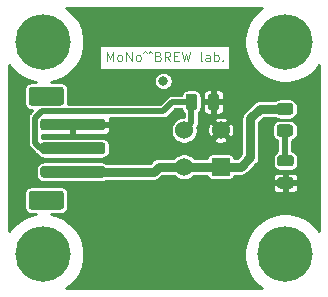
<source format=gbr>
G04 #@! TF.GenerationSoftware,KiCad,Pcbnew,5.1.9*
G04 #@! TF.CreationDate,2021-04-02T13:12:58+02:00*
G04 #@! TF.ProjectId,detectorHolder,64657465-6374-46f7-9248-6f6c6465722e,rev?*
G04 #@! TF.SameCoordinates,Original*
G04 #@! TF.FileFunction,Copper,L1,Top*
G04 #@! TF.FilePolarity,Positive*
%FSLAX46Y46*%
G04 Gerber Fmt 4.6, Leading zero omitted, Abs format (unit mm)*
G04 Created by KiCad (PCBNEW 5.1.9) date 2021-04-02 13:12:58*
%MOMM*%
%LPD*%
G01*
G04 APERTURE LIST*
G04 #@! TA.AperFunction,NonConductor*
%ADD10C,0.100000*%
G04 #@! TD*
G04 #@! TA.AperFunction,ComponentPad*
%ADD11C,4.700000*%
G04 #@! TD*
G04 #@! TA.AperFunction,ComponentPad*
%ADD12C,1.524000*%
G04 #@! TD*
G04 #@! TA.AperFunction,ComponentPad*
%ADD13R,1.500000X1.500000*%
G04 #@! TD*
G04 #@! TA.AperFunction,ViaPad*
%ADD14C,0.800000*%
G04 #@! TD*
G04 #@! TA.AperFunction,Conductor*
%ADD15C,0.500000*%
G04 #@! TD*
G04 #@! TA.AperFunction,Conductor*
%ADD16C,0.750000*%
G04 #@! TD*
G04 #@! TA.AperFunction,Conductor*
%ADD17C,0.254000*%
G04 #@! TD*
G04 #@! TA.AperFunction,Conductor*
%ADD18C,0.100000*%
G04 #@! TD*
G04 APERTURE END LIST*
D10*
X109893714Y-95992904D02*
X109893714Y-95192904D01*
X110160380Y-95764333D01*
X110427047Y-95192904D01*
X110427047Y-95992904D01*
X110922285Y-95992904D02*
X110846095Y-95954809D01*
X110808000Y-95916714D01*
X110769904Y-95840523D01*
X110769904Y-95611952D01*
X110808000Y-95535761D01*
X110846095Y-95497666D01*
X110922285Y-95459571D01*
X111036571Y-95459571D01*
X111112761Y-95497666D01*
X111150857Y-95535761D01*
X111188952Y-95611952D01*
X111188952Y-95840523D01*
X111150857Y-95916714D01*
X111112761Y-95954809D01*
X111036571Y-95992904D01*
X110922285Y-95992904D01*
X111531809Y-95992904D02*
X111531809Y-95192904D01*
X111988952Y-95992904D01*
X111988952Y-95192904D01*
X112484190Y-95992904D02*
X112408000Y-95954809D01*
X112369904Y-95916714D01*
X112331809Y-95840523D01*
X112331809Y-95611952D01*
X112369904Y-95535761D01*
X112408000Y-95497666D01*
X112484190Y-95459571D01*
X112598476Y-95459571D01*
X112674666Y-95497666D01*
X112712761Y-95535761D01*
X112750857Y-95611952D01*
X112750857Y-95840523D01*
X112712761Y-95916714D01*
X112674666Y-95954809D01*
X112598476Y-95992904D01*
X112484190Y-95992904D01*
X112979428Y-95269095D02*
X113131809Y-95154809D01*
X113284190Y-95269095D01*
X113436571Y-95269095D02*
X113588952Y-95154809D01*
X113741333Y-95269095D01*
X114274666Y-95573857D02*
X114388952Y-95611952D01*
X114427047Y-95650047D01*
X114465142Y-95726238D01*
X114465142Y-95840523D01*
X114427047Y-95916714D01*
X114388952Y-95954809D01*
X114312761Y-95992904D01*
X114008000Y-95992904D01*
X114008000Y-95192904D01*
X114274666Y-95192904D01*
X114350857Y-95231000D01*
X114388952Y-95269095D01*
X114427047Y-95345285D01*
X114427047Y-95421476D01*
X114388952Y-95497666D01*
X114350857Y-95535761D01*
X114274666Y-95573857D01*
X114008000Y-95573857D01*
X115265142Y-95992904D02*
X114998476Y-95611952D01*
X114808000Y-95992904D02*
X114808000Y-95192904D01*
X115112761Y-95192904D01*
X115188952Y-95231000D01*
X115227047Y-95269095D01*
X115265142Y-95345285D01*
X115265142Y-95459571D01*
X115227047Y-95535761D01*
X115188952Y-95573857D01*
X115112761Y-95611952D01*
X114808000Y-95611952D01*
X115608000Y-95573857D02*
X115874666Y-95573857D01*
X115988952Y-95992904D02*
X115608000Y-95992904D01*
X115608000Y-95192904D01*
X115988952Y-95192904D01*
X116255619Y-95192904D02*
X116446095Y-95992904D01*
X116598476Y-95421476D01*
X116750857Y-95992904D01*
X116941333Y-95192904D01*
X117969904Y-95992904D02*
X117893714Y-95954809D01*
X117855619Y-95878619D01*
X117855619Y-95192904D01*
X118617523Y-95992904D02*
X118617523Y-95573857D01*
X118579428Y-95497666D01*
X118503238Y-95459571D01*
X118350857Y-95459571D01*
X118274666Y-95497666D01*
X118617523Y-95954809D02*
X118541333Y-95992904D01*
X118350857Y-95992904D01*
X118274666Y-95954809D01*
X118236571Y-95878619D01*
X118236571Y-95802428D01*
X118274666Y-95726238D01*
X118350857Y-95688142D01*
X118541333Y-95688142D01*
X118617523Y-95650047D01*
X118998476Y-95992904D02*
X118998476Y-95192904D01*
X118998476Y-95497666D02*
X119074666Y-95459571D01*
X119227047Y-95459571D01*
X119303238Y-95497666D01*
X119341333Y-95535761D01*
X119379428Y-95611952D01*
X119379428Y-95840523D01*
X119341333Y-95916714D01*
X119303238Y-95954809D01*
X119227047Y-95992904D01*
X119074666Y-95992904D01*
X118998476Y-95954809D01*
X119722285Y-95916714D02*
X119760380Y-95954809D01*
X119722285Y-95992904D01*
X119684190Y-95954809D01*
X119722285Y-95916714D01*
X119722285Y-95992904D01*
G04 #@! TA.AperFunction,SMDPad,CuDef*
G36*
G01*
X125418002Y-100543000D02*
X124517998Y-100543000D01*
G75*
G02*
X124268000Y-100293002I0J249998D01*
G01*
X124268000Y-99767998D01*
G75*
G02*
X124517998Y-99518000I249998J0D01*
G01*
X125418002Y-99518000D01*
G75*
G02*
X125668000Y-99767998I0J-249998D01*
G01*
X125668000Y-100293002D01*
G75*
G02*
X125418002Y-100543000I-249998J0D01*
G01*
G37*
G04 #@! TD.AperFunction*
G04 #@! TA.AperFunction,SMDPad,CuDef*
G36*
G01*
X125418002Y-102368000D02*
X124517998Y-102368000D01*
G75*
G02*
X124268000Y-102118002I0J249998D01*
G01*
X124268000Y-101592998D01*
G75*
G02*
X124517998Y-101343000I249998J0D01*
G01*
X125418002Y-101343000D01*
G75*
G02*
X125668000Y-101592998I0J-249998D01*
G01*
X125668000Y-102118002D01*
G75*
G02*
X125418002Y-102368000I-249998J0D01*
G01*
G37*
G04 #@! TD.AperFunction*
G04 #@! TA.AperFunction,SMDPad,CuDef*
G36*
G01*
X125469250Y-104903000D02*
X124556750Y-104903000D01*
G75*
G02*
X124313000Y-104659250I0J243750D01*
G01*
X124313000Y-104171750D01*
G75*
G02*
X124556750Y-103928000I243750J0D01*
G01*
X125469250Y-103928000D01*
G75*
G02*
X125713000Y-104171750I0J-243750D01*
G01*
X125713000Y-104659250D01*
G75*
G02*
X125469250Y-104903000I-243750J0D01*
G01*
G37*
G04 #@! TD.AperFunction*
G04 #@! TA.AperFunction,SMDPad,CuDef*
G36*
G01*
X125469250Y-106778000D02*
X124556750Y-106778000D01*
G75*
G02*
X124313000Y-106534250I0J243750D01*
G01*
X124313000Y-106046750D01*
G75*
G02*
X124556750Y-105803000I243750J0D01*
G01*
X125469250Y-105803000D01*
G75*
G02*
X125713000Y-106046750I0J-243750D01*
G01*
X125713000Y-106534250D01*
G75*
G02*
X125469250Y-106778000I-243750J0D01*
G01*
G37*
G04 #@! TD.AperFunction*
G04 #@! TA.AperFunction,SMDPad,CuDef*
G36*
G01*
X106013000Y-99753000D02*
X103513000Y-99753000D01*
G75*
G02*
X103263000Y-99503000I0J250000D01*
G01*
X103263000Y-98403000D01*
G75*
G02*
X103513000Y-98153000I250000J0D01*
G01*
X106013000Y-98153000D01*
G75*
G02*
X106263000Y-98403000I0J-250000D01*
G01*
X106263000Y-99503000D01*
G75*
G02*
X106013000Y-99753000I-250000J0D01*
G01*
G37*
G04 #@! TD.AperFunction*
G04 #@! TA.AperFunction,SMDPad,CuDef*
G36*
G01*
X106013000Y-108553000D02*
X103513000Y-108553000D01*
G75*
G02*
X103263000Y-108303000I0J250000D01*
G01*
X103263000Y-107203000D01*
G75*
G02*
X103513000Y-106953000I250000J0D01*
G01*
X106013000Y-106953000D01*
G75*
G02*
X106263000Y-107203000I0J-250000D01*
G01*
X106263000Y-108303000D01*
G75*
G02*
X106013000Y-108553000I-250000J0D01*
G01*
G37*
G04 #@! TD.AperFunction*
G04 #@! TA.AperFunction,SMDPad,CuDef*
G36*
G01*
X109513000Y-101853000D02*
X104513000Y-101853000D01*
G75*
G02*
X104263000Y-101603000I0J250000D01*
G01*
X104263000Y-101103000D01*
G75*
G02*
X104513000Y-100853000I250000J0D01*
G01*
X109513000Y-100853000D01*
G75*
G02*
X109763000Y-101103000I0J-250000D01*
G01*
X109763000Y-101603000D01*
G75*
G02*
X109513000Y-101853000I-250000J0D01*
G01*
G37*
G04 #@! TD.AperFunction*
G04 #@! TA.AperFunction,SMDPad,CuDef*
G36*
G01*
X109513000Y-103853000D02*
X104513000Y-103853000D01*
G75*
G02*
X104263000Y-103603000I0J250000D01*
G01*
X104263000Y-103103000D01*
G75*
G02*
X104513000Y-102853000I250000J0D01*
G01*
X109513000Y-102853000D01*
G75*
G02*
X109763000Y-103103000I0J-250000D01*
G01*
X109763000Y-103603000D01*
G75*
G02*
X109513000Y-103853000I-250000J0D01*
G01*
G37*
G04 #@! TD.AperFunction*
G04 #@! TA.AperFunction,SMDPad,CuDef*
G36*
G01*
X109513000Y-105853000D02*
X104513000Y-105853000D01*
G75*
G02*
X104263000Y-105603000I0J250000D01*
G01*
X104263000Y-105103000D01*
G75*
G02*
X104513000Y-104853000I250000J0D01*
G01*
X109513000Y-104853000D01*
G75*
G02*
X109763000Y-105103000I0J-250000D01*
G01*
X109763000Y-105603000D01*
G75*
G02*
X109513000Y-105853000I-250000J0D01*
G01*
G37*
G04 #@! TD.AperFunction*
D11*
X125013000Y-112353000D03*
X125013000Y-94353000D03*
X104513000Y-112353000D03*
X104513000Y-94353000D03*
G04 #@! TA.AperFunction,SMDPad,CuDef*
G36*
G01*
X117533000Y-98984750D02*
X117533000Y-99897250D01*
G75*
G02*
X117289250Y-100141000I-243750J0D01*
G01*
X116801750Y-100141000D01*
G75*
G02*
X116558000Y-99897250I0J243750D01*
G01*
X116558000Y-98984750D01*
G75*
G02*
X116801750Y-98741000I243750J0D01*
G01*
X117289250Y-98741000D01*
G75*
G02*
X117533000Y-98984750I0J-243750D01*
G01*
G37*
G04 #@! TD.AperFunction*
G04 #@! TA.AperFunction,SMDPad,CuDef*
G36*
G01*
X119408000Y-98984750D02*
X119408000Y-99897250D01*
G75*
G02*
X119164250Y-100141000I-243750J0D01*
G01*
X118676750Y-100141000D01*
G75*
G02*
X118433000Y-99897250I0J243750D01*
G01*
X118433000Y-98984750D01*
G75*
G02*
X118676750Y-98741000I243750J0D01*
G01*
X119164250Y-98741000D01*
G75*
G02*
X119408000Y-98984750I0J-243750D01*
G01*
G37*
G04 #@! TD.AperFunction*
D12*
X116433000Y-101828000D03*
X116433000Y-104928000D03*
X119533000Y-101828000D03*
D13*
X119533000Y-104928000D03*
D14*
X114681000Y-97663000D03*
X102489000Y-98933000D03*
X102489000Y-107696000D03*
X117983000Y-103251000D03*
X114681000Y-92964000D03*
X123952000Y-103124000D03*
D15*
X117045500Y-101215500D02*
X116433000Y-101828000D01*
X117045500Y-99441000D02*
X117045500Y-101215500D01*
X103812990Y-100813044D02*
X104423024Y-100203010D01*
X103812990Y-102902990D02*
X103812990Y-100813044D01*
X104263000Y-103353000D02*
X103812990Y-102902990D01*
X104423024Y-100203010D02*
X114680990Y-100203010D01*
X107013000Y-103353000D02*
X104263000Y-103353000D01*
X115443000Y-99441000D02*
X117045500Y-99441000D01*
X114680990Y-100203010D02*
X115443000Y-99441000D01*
D16*
X107013000Y-105353000D02*
X113849000Y-105353000D01*
X114274000Y-104928000D02*
X116433000Y-104928000D01*
X113849000Y-105353000D02*
X114274000Y-104928000D01*
X116433000Y-104928000D02*
X119533000Y-104928000D01*
X122854500Y-100030500D02*
X124968000Y-100030500D01*
X122047000Y-100838000D02*
X122854500Y-100030500D01*
X122047000Y-104140000D02*
X122047000Y-100838000D01*
X121259000Y-104928000D02*
X122047000Y-104140000D01*
X119533000Y-104928000D02*
X121259000Y-104928000D01*
D15*
X124968000Y-104370500D02*
X125013000Y-104415500D01*
X124968000Y-101855500D02*
X124968000Y-104370500D01*
D17*
X122796542Y-91652238D02*
X122312238Y-92136542D01*
X121931722Y-92706023D01*
X121669619Y-93338796D01*
X121536000Y-94010545D01*
X121536000Y-94695455D01*
X121669619Y-95367204D01*
X121931722Y-95999977D01*
X122312238Y-96569458D01*
X122796542Y-97053762D01*
X123366023Y-97434278D01*
X123998796Y-97696381D01*
X124670545Y-97830000D01*
X125355455Y-97830000D01*
X126027204Y-97696381D01*
X126659977Y-97434278D01*
X127229458Y-97053762D01*
X127713762Y-96569458D01*
X127886000Y-96311686D01*
X127886000Y-110394314D01*
X127713762Y-110136542D01*
X127229458Y-109652238D01*
X126659977Y-109271722D01*
X126027204Y-109009619D01*
X125355455Y-108876000D01*
X124670545Y-108876000D01*
X123998796Y-109009619D01*
X123366023Y-109271722D01*
X122796542Y-109652238D01*
X122312238Y-110136542D01*
X121931722Y-110706023D01*
X121669619Y-111338796D01*
X121536000Y-112010545D01*
X121536000Y-112695455D01*
X121669619Y-113367204D01*
X121931722Y-113999977D01*
X122312238Y-114569458D01*
X122796542Y-115053762D01*
X123054314Y-115226000D01*
X106471686Y-115226000D01*
X106729458Y-115053762D01*
X107213762Y-114569458D01*
X107594278Y-113999977D01*
X107856381Y-113367204D01*
X107990000Y-112695455D01*
X107990000Y-112010545D01*
X107856381Y-111338796D01*
X107594278Y-110706023D01*
X107213762Y-110136542D01*
X106729458Y-109652238D01*
X106159977Y-109271722D01*
X105527204Y-109009619D01*
X105156306Y-108935843D01*
X106013000Y-108935843D01*
X106136462Y-108923683D01*
X106255179Y-108887671D01*
X106364589Y-108829190D01*
X106460488Y-108750488D01*
X106539190Y-108654589D01*
X106597671Y-108545179D01*
X106633683Y-108426462D01*
X106645843Y-108303000D01*
X106645843Y-107203000D01*
X106633683Y-107079538D01*
X106597671Y-106960821D01*
X106539190Y-106851411D01*
X106478944Y-106778000D01*
X123930157Y-106778000D01*
X123937513Y-106852689D01*
X123959299Y-106924508D01*
X123994678Y-106990696D01*
X124042289Y-107048711D01*
X124100304Y-107096322D01*
X124166492Y-107131701D01*
X124238311Y-107153487D01*
X124313000Y-107160843D01*
X124790750Y-107159000D01*
X124886000Y-107063750D01*
X124886000Y-106417500D01*
X125140000Y-106417500D01*
X125140000Y-107063750D01*
X125235250Y-107159000D01*
X125713000Y-107160843D01*
X125787689Y-107153487D01*
X125859508Y-107131701D01*
X125925696Y-107096322D01*
X125983711Y-107048711D01*
X126031322Y-106990696D01*
X126066701Y-106924508D01*
X126088487Y-106852689D01*
X126095843Y-106778000D01*
X126094000Y-106512750D01*
X125998750Y-106417500D01*
X125140000Y-106417500D01*
X124886000Y-106417500D01*
X124027250Y-106417500D01*
X123932000Y-106512750D01*
X123930157Y-106778000D01*
X106478944Y-106778000D01*
X106460488Y-106755512D01*
X106364589Y-106676810D01*
X106255179Y-106618329D01*
X106136462Y-106582317D01*
X106013000Y-106570157D01*
X103513000Y-106570157D01*
X103389538Y-106582317D01*
X103270821Y-106618329D01*
X103161411Y-106676810D01*
X103065512Y-106755512D01*
X102986810Y-106851411D01*
X102928329Y-106960821D01*
X102892317Y-107079538D01*
X102880157Y-107203000D01*
X102880157Y-108303000D01*
X102892317Y-108426462D01*
X102928329Y-108545179D01*
X102986810Y-108654589D01*
X103065512Y-108750488D01*
X103161411Y-108829190D01*
X103270821Y-108887671D01*
X103389538Y-108923683D01*
X103513000Y-108935843D01*
X103869694Y-108935843D01*
X103498796Y-109009619D01*
X102866023Y-109271722D01*
X102296542Y-109652238D01*
X101812238Y-110136542D01*
X101640000Y-110394314D01*
X101640000Y-105103000D01*
X103880157Y-105103000D01*
X103880157Y-105603000D01*
X103892317Y-105726462D01*
X103928329Y-105845179D01*
X103986810Y-105954589D01*
X104065512Y-106050488D01*
X104161411Y-106129190D01*
X104270821Y-106187671D01*
X104389538Y-106223683D01*
X104513000Y-106235843D01*
X109513000Y-106235843D01*
X109636462Y-106223683D01*
X109755179Y-106187671D01*
X109864589Y-106129190D01*
X109889191Y-106109000D01*
X113811871Y-106109000D01*
X113849000Y-106112657D01*
X113886129Y-106109000D01*
X113997202Y-106098060D01*
X114139708Y-106054832D01*
X114271043Y-105984632D01*
X114386159Y-105890159D01*
X114409837Y-105861307D01*
X114587144Y-105684000D01*
X115572554Y-105684000D01*
X115704380Y-105815826D01*
X115891587Y-105940913D01*
X116099599Y-106027075D01*
X116320424Y-106071000D01*
X116545576Y-106071000D01*
X116766401Y-106027075D01*
X116974413Y-105940913D01*
X117161620Y-105815826D01*
X117293446Y-105684000D01*
X118400748Y-105684000D01*
X118407513Y-105752689D01*
X118429299Y-105824508D01*
X118464678Y-105890696D01*
X118512289Y-105948711D01*
X118570304Y-105996322D01*
X118636492Y-106031701D01*
X118708311Y-106053487D01*
X118783000Y-106060843D01*
X120283000Y-106060843D01*
X120357689Y-106053487D01*
X120429508Y-106031701D01*
X120495696Y-105996322D01*
X120553711Y-105948711D01*
X120601322Y-105890696D01*
X120636701Y-105824508D01*
X120643225Y-105803000D01*
X123930157Y-105803000D01*
X123932000Y-106068250D01*
X124027250Y-106163500D01*
X124886000Y-106163500D01*
X124886000Y-105517250D01*
X125140000Y-105517250D01*
X125140000Y-106163500D01*
X125998750Y-106163500D01*
X126094000Y-106068250D01*
X126095843Y-105803000D01*
X126088487Y-105728311D01*
X126066701Y-105656492D01*
X126031322Y-105590304D01*
X125983711Y-105532289D01*
X125925696Y-105484678D01*
X125859508Y-105449299D01*
X125787689Y-105427513D01*
X125713000Y-105420157D01*
X125235250Y-105422000D01*
X125140000Y-105517250D01*
X124886000Y-105517250D01*
X124790750Y-105422000D01*
X124313000Y-105420157D01*
X124238311Y-105427513D01*
X124166492Y-105449299D01*
X124100304Y-105484678D01*
X124042289Y-105532289D01*
X123994678Y-105590304D01*
X123959299Y-105656492D01*
X123937513Y-105728311D01*
X123930157Y-105803000D01*
X120643225Y-105803000D01*
X120658487Y-105752689D01*
X120665252Y-105684000D01*
X121221871Y-105684000D01*
X121259000Y-105687657D01*
X121296129Y-105684000D01*
X121407202Y-105673060D01*
X121549708Y-105629832D01*
X121681043Y-105559632D01*
X121796159Y-105465159D01*
X121819838Y-105436306D01*
X122555312Y-104700832D01*
X122584159Y-104677159D01*
X122678632Y-104562043D01*
X122748832Y-104430708D01*
X122792060Y-104288202D01*
X122798415Y-104223683D01*
X122806657Y-104140001D01*
X122803000Y-104102872D01*
X122803000Y-101592998D01*
X123885157Y-101592998D01*
X123885157Y-102118002D01*
X123897317Y-102241463D01*
X123933329Y-102360180D01*
X123991810Y-102469590D01*
X124070512Y-102565488D01*
X124166410Y-102644190D01*
X124275820Y-102702671D01*
X124337000Y-102721230D01*
X124337001Y-103586776D01*
X124316963Y-103592854D01*
X124208634Y-103650757D01*
X124113682Y-103728682D01*
X124035757Y-103823634D01*
X123977854Y-103931963D01*
X123942197Y-104049508D01*
X123930157Y-104171750D01*
X123930157Y-104659250D01*
X123942197Y-104781492D01*
X123977854Y-104899037D01*
X124035757Y-105007366D01*
X124113682Y-105102318D01*
X124208634Y-105180243D01*
X124316963Y-105238146D01*
X124434508Y-105273803D01*
X124556750Y-105285843D01*
X125469250Y-105285843D01*
X125591492Y-105273803D01*
X125709037Y-105238146D01*
X125817366Y-105180243D01*
X125912318Y-105102318D01*
X125990243Y-105007366D01*
X126048146Y-104899037D01*
X126083803Y-104781492D01*
X126095843Y-104659250D01*
X126095843Y-104171750D01*
X126083803Y-104049508D01*
X126048146Y-103931963D01*
X125990243Y-103823634D01*
X125912318Y-103728682D01*
X125817366Y-103650757D01*
X125709037Y-103592854D01*
X125599000Y-103559475D01*
X125599000Y-102721230D01*
X125660180Y-102702671D01*
X125769590Y-102644190D01*
X125865488Y-102565488D01*
X125944190Y-102469590D01*
X126002671Y-102360180D01*
X126038683Y-102241463D01*
X126050843Y-102118002D01*
X126050843Y-101592998D01*
X126038683Y-101469537D01*
X126002671Y-101350820D01*
X125944190Y-101241410D01*
X125865488Y-101145512D01*
X125769590Y-101066810D01*
X125660180Y-101008329D01*
X125541463Y-100972317D01*
X125418002Y-100960157D01*
X124517998Y-100960157D01*
X124394537Y-100972317D01*
X124275820Y-101008329D01*
X124166410Y-101066810D01*
X124070512Y-101145512D01*
X123991810Y-101241410D01*
X123933329Y-101350820D01*
X123897317Y-101469537D01*
X123885157Y-101592998D01*
X122803000Y-101592998D01*
X122803000Y-101151144D01*
X123167645Y-100786500D01*
X124126577Y-100786500D01*
X124166410Y-100819190D01*
X124275820Y-100877671D01*
X124394537Y-100913683D01*
X124517998Y-100925843D01*
X125418002Y-100925843D01*
X125541463Y-100913683D01*
X125660180Y-100877671D01*
X125769590Y-100819190D01*
X125865488Y-100740488D01*
X125944190Y-100644590D01*
X126002671Y-100535180D01*
X126038683Y-100416463D01*
X126050843Y-100293002D01*
X126050843Y-99767998D01*
X126038683Y-99644537D01*
X126002671Y-99525820D01*
X125944190Y-99416410D01*
X125865488Y-99320512D01*
X125769590Y-99241810D01*
X125660180Y-99183329D01*
X125541463Y-99147317D01*
X125418002Y-99135157D01*
X124517998Y-99135157D01*
X124394537Y-99147317D01*
X124275820Y-99183329D01*
X124166410Y-99241810D01*
X124126577Y-99274500D01*
X122891628Y-99274500D01*
X122854499Y-99270843D01*
X122706297Y-99285440D01*
X122663069Y-99298553D01*
X122563792Y-99328668D01*
X122432457Y-99398868D01*
X122317341Y-99493341D01*
X122293666Y-99522189D01*
X121538689Y-100277167D01*
X121509842Y-100300841D01*
X121415369Y-100415957D01*
X121370822Y-100499299D01*
X121345169Y-100547292D01*
X121301940Y-100689799D01*
X121287343Y-100838000D01*
X121291001Y-100875139D01*
X121291000Y-103826855D01*
X120945856Y-104172000D01*
X120665252Y-104172000D01*
X120658487Y-104103311D01*
X120636701Y-104031492D01*
X120601322Y-103965304D01*
X120553711Y-103907289D01*
X120495696Y-103859678D01*
X120429508Y-103824299D01*
X120357689Y-103802513D01*
X120283000Y-103795157D01*
X118783000Y-103795157D01*
X118708311Y-103802513D01*
X118636492Y-103824299D01*
X118570304Y-103859678D01*
X118512289Y-103907289D01*
X118464678Y-103965304D01*
X118429299Y-104031492D01*
X118407513Y-104103311D01*
X118400748Y-104172000D01*
X117293446Y-104172000D01*
X117161620Y-104040174D01*
X116974413Y-103915087D01*
X116766401Y-103828925D01*
X116545576Y-103785000D01*
X116320424Y-103785000D01*
X116099599Y-103828925D01*
X115891587Y-103915087D01*
X115704380Y-104040174D01*
X115572554Y-104172000D01*
X114311129Y-104172000D01*
X114274000Y-104168343D01*
X114184807Y-104177128D01*
X114125798Y-104182940D01*
X113983292Y-104226168D01*
X113851957Y-104296368D01*
X113736841Y-104390841D01*
X113713166Y-104419689D01*
X113535855Y-104597000D01*
X109889191Y-104597000D01*
X109864589Y-104576810D01*
X109755179Y-104518329D01*
X109636462Y-104482317D01*
X109513000Y-104470157D01*
X104513000Y-104470157D01*
X104389538Y-104482317D01*
X104270821Y-104518329D01*
X104161411Y-104576810D01*
X104065512Y-104655512D01*
X103986810Y-104751411D01*
X103928329Y-104860821D01*
X103892317Y-104979538D01*
X103880157Y-105103000D01*
X101640000Y-105103000D01*
X101640000Y-96311686D01*
X101812238Y-96569458D01*
X102296542Y-97053762D01*
X102866023Y-97434278D01*
X103498796Y-97696381D01*
X103869694Y-97770157D01*
X103513000Y-97770157D01*
X103389538Y-97782317D01*
X103270821Y-97818329D01*
X103161411Y-97876810D01*
X103065512Y-97955512D01*
X102986810Y-98051411D01*
X102928329Y-98160821D01*
X102892317Y-98279538D01*
X102880157Y-98403000D01*
X102880157Y-99503000D01*
X102892317Y-99626462D01*
X102928329Y-99745179D01*
X102986810Y-99854589D01*
X103065512Y-99950488D01*
X103161411Y-100029190D01*
X103270821Y-100087671D01*
X103389538Y-100123683D01*
X103513000Y-100135843D01*
X103597823Y-100135843D01*
X103388722Y-100344943D01*
X103364648Y-100364701D01*
X103344890Y-100388776D01*
X103344887Y-100388779D01*
X103285794Y-100460784D01*
X103227201Y-100570403D01*
X103191120Y-100689347D01*
X103178938Y-100813044D01*
X103181991Y-100844044D01*
X103181990Y-102871999D01*
X103178938Y-102902990D01*
X103181990Y-102933980D01*
X103181990Y-102933987D01*
X103191120Y-103026687D01*
X103227201Y-103145631D01*
X103285794Y-103255250D01*
X103364647Y-103351333D01*
X103388727Y-103371095D01*
X103794899Y-103777268D01*
X103814657Y-103801343D01*
X103838732Y-103821101D01*
X103838734Y-103821103D01*
X103885738Y-103859678D01*
X103910739Y-103880196D01*
X103961568Y-103907365D01*
X103986810Y-103954589D01*
X104065512Y-104050488D01*
X104161411Y-104129190D01*
X104270821Y-104187671D01*
X104389538Y-104223683D01*
X104513000Y-104235843D01*
X109513000Y-104235843D01*
X109636462Y-104223683D01*
X109755179Y-104187671D01*
X109864589Y-104129190D01*
X109960488Y-104050488D01*
X110039190Y-103954589D01*
X110097671Y-103845179D01*
X110133683Y-103726462D01*
X110145843Y-103603000D01*
X110145843Y-103103000D01*
X110133683Y-102979538D01*
X110097671Y-102860821D01*
X110039190Y-102751411D01*
X109960488Y-102655512D01*
X109864589Y-102576810D01*
X109755179Y-102518329D01*
X109636462Y-102482317D01*
X109513000Y-102470157D01*
X104513000Y-102470157D01*
X104443990Y-102476954D01*
X104443990Y-102235711D01*
X106790750Y-102234000D01*
X106886000Y-102138750D01*
X106886000Y-101480000D01*
X107140000Y-101480000D01*
X107140000Y-102138750D01*
X107235250Y-102234000D01*
X109763000Y-102235843D01*
X109837689Y-102228487D01*
X109909508Y-102206701D01*
X109975696Y-102171322D01*
X110033711Y-102123711D01*
X110081322Y-102065696D01*
X110116701Y-101999508D01*
X110138487Y-101927689D01*
X110145843Y-101853000D01*
X110144000Y-101575250D01*
X110048750Y-101480000D01*
X107140000Y-101480000D01*
X106886000Y-101480000D01*
X106866000Y-101480000D01*
X106866000Y-101226000D01*
X106886000Y-101226000D01*
X106886000Y-101206000D01*
X107140000Y-101206000D01*
X107140000Y-101226000D01*
X110048750Y-101226000D01*
X110144000Y-101130750D01*
X110145843Y-100853000D01*
X110143973Y-100834010D01*
X114650000Y-100834010D01*
X114680990Y-100837062D01*
X114711980Y-100834010D01*
X114711988Y-100834010D01*
X114804688Y-100824880D01*
X114923632Y-100788799D01*
X115033251Y-100730206D01*
X115129333Y-100651353D01*
X115149095Y-100627273D01*
X115704369Y-100072000D01*
X116203125Y-100072000D01*
X116222854Y-100137037D01*
X116280757Y-100245366D01*
X116358682Y-100340318D01*
X116414501Y-100386127D01*
X116414501Y-100685000D01*
X116320424Y-100685000D01*
X116099599Y-100728925D01*
X115891587Y-100815087D01*
X115704380Y-100940174D01*
X115545174Y-101099380D01*
X115420087Y-101286587D01*
X115333925Y-101494599D01*
X115290000Y-101715424D01*
X115290000Y-101940576D01*
X115333925Y-102161401D01*
X115420087Y-102369413D01*
X115545174Y-102556620D01*
X115704380Y-102715826D01*
X115891587Y-102840913D01*
X116099599Y-102927075D01*
X116320424Y-102971000D01*
X116545576Y-102971000D01*
X116766401Y-102927075D01*
X116974413Y-102840913D01*
X117161620Y-102715826D01*
X117220296Y-102657150D01*
X118883455Y-102657150D01*
X118964796Y-102826131D01*
X119170439Y-102917803D01*
X119390016Y-102967595D01*
X119615087Y-102973593D01*
X119837004Y-102935566D01*
X120047238Y-102854976D01*
X120101204Y-102826131D01*
X120182545Y-102657150D01*
X119533000Y-102007605D01*
X118883455Y-102657150D01*
X117220296Y-102657150D01*
X117320826Y-102556620D01*
X117445913Y-102369413D01*
X117532075Y-102161401D01*
X117576000Y-101940576D01*
X117576000Y-101910087D01*
X118387407Y-101910087D01*
X118425434Y-102132004D01*
X118506024Y-102342238D01*
X118534869Y-102396204D01*
X118703850Y-102477545D01*
X119353395Y-101828000D01*
X119712605Y-101828000D01*
X120362150Y-102477545D01*
X120531131Y-102396204D01*
X120622803Y-102190561D01*
X120672595Y-101970984D01*
X120678593Y-101745913D01*
X120640566Y-101523996D01*
X120559976Y-101313762D01*
X120531131Y-101259796D01*
X120362150Y-101178455D01*
X119712605Y-101828000D01*
X119353395Y-101828000D01*
X118703850Y-101178455D01*
X118534869Y-101259796D01*
X118443197Y-101465439D01*
X118393405Y-101685016D01*
X118387407Y-101910087D01*
X117576000Y-101910087D01*
X117576000Y-101715424D01*
X117551714Y-101593328D01*
X117551985Y-101592998D01*
X117572696Y-101567761D01*
X117631289Y-101458142D01*
X117667370Y-101339198D01*
X117669875Y-101313762D01*
X117676500Y-101246498D01*
X117676500Y-101246491D01*
X117679552Y-101215500D01*
X117676500Y-101184510D01*
X117676500Y-100998850D01*
X118883455Y-100998850D01*
X119533000Y-101648395D01*
X120182545Y-100998850D01*
X120101204Y-100829869D01*
X119895561Y-100738197D01*
X119675984Y-100688405D01*
X119450913Y-100682407D01*
X119228996Y-100720434D01*
X119018762Y-100801024D01*
X118964796Y-100829869D01*
X118883455Y-100998850D01*
X117676500Y-100998850D01*
X117676500Y-100386127D01*
X117732318Y-100340318D01*
X117810243Y-100245366D01*
X117866027Y-100141000D01*
X118050157Y-100141000D01*
X118057513Y-100215689D01*
X118079299Y-100287508D01*
X118114678Y-100353696D01*
X118162289Y-100411711D01*
X118220304Y-100459322D01*
X118286492Y-100494701D01*
X118358311Y-100516487D01*
X118433000Y-100523843D01*
X118698250Y-100522000D01*
X118793500Y-100426750D01*
X118793500Y-99568000D01*
X119047500Y-99568000D01*
X119047500Y-100426750D01*
X119142750Y-100522000D01*
X119408000Y-100523843D01*
X119482689Y-100516487D01*
X119554508Y-100494701D01*
X119620696Y-100459322D01*
X119678711Y-100411711D01*
X119726322Y-100353696D01*
X119761701Y-100287508D01*
X119783487Y-100215689D01*
X119790843Y-100141000D01*
X119789000Y-99663250D01*
X119693750Y-99568000D01*
X119047500Y-99568000D01*
X118793500Y-99568000D01*
X118147250Y-99568000D01*
X118052000Y-99663250D01*
X118050157Y-100141000D01*
X117866027Y-100141000D01*
X117868146Y-100137037D01*
X117903803Y-100019492D01*
X117915843Y-99897250D01*
X117915843Y-98984750D01*
X117903803Y-98862508D01*
X117868146Y-98744963D01*
X117866028Y-98741000D01*
X118050157Y-98741000D01*
X118052000Y-99218750D01*
X118147250Y-99314000D01*
X118793500Y-99314000D01*
X118793500Y-98455250D01*
X119047500Y-98455250D01*
X119047500Y-99314000D01*
X119693750Y-99314000D01*
X119789000Y-99218750D01*
X119790843Y-98741000D01*
X119783487Y-98666311D01*
X119761701Y-98594492D01*
X119726322Y-98528304D01*
X119678711Y-98470289D01*
X119620696Y-98422678D01*
X119554508Y-98387299D01*
X119482689Y-98365513D01*
X119408000Y-98358157D01*
X119142750Y-98360000D01*
X119047500Y-98455250D01*
X118793500Y-98455250D01*
X118698250Y-98360000D01*
X118433000Y-98358157D01*
X118358311Y-98365513D01*
X118286492Y-98387299D01*
X118220304Y-98422678D01*
X118162289Y-98470289D01*
X118114678Y-98528304D01*
X118079299Y-98594492D01*
X118057513Y-98666311D01*
X118050157Y-98741000D01*
X117866028Y-98741000D01*
X117810243Y-98636634D01*
X117732318Y-98541682D01*
X117637366Y-98463757D01*
X117529037Y-98405854D01*
X117411492Y-98370197D01*
X117289250Y-98358157D01*
X116801750Y-98358157D01*
X116679508Y-98370197D01*
X116561963Y-98405854D01*
X116453634Y-98463757D01*
X116358682Y-98541682D01*
X116280757Y-98636634D01*
X116222854Y-98744963D01*
X116203125Y-98810000D01*
X115473990Y-98810000D01*
X115443000Y-98806948D01*
X115412009Y-98810000D01*
X115412002Y-98810000D01*
X115319302Y-98819130D01*
X115200358Y-98855211D01*
X115090739Y-98913804D01*
X114994657Y-98992657D01*
X114974899Y-99016732D01*
X114419622Y-99572010D01*
X106639046Y-99572010D01*
X106645843Y-99503000D01*
X106645843Y-98403000D01*
X106633683Y-98279538D01*
X106597671Y-98160821D01*
X106539190Y-98051411D01*
X106460488Y-97955512D01*
X106364589Y-97876810D01*
X106255179Y-97818329D01*
X106136462Y-97782317D01*
X106013000Y-97770157D01*
X105156306Y-97770157D01*
X105527204Y-97696381D01*
X105793499Y-97586078D01*
X113900000Y-97586078D01*
X113900000Y-97739922D01*
X113930013Y-97890809D01*
X113988887Y-98032942D01*
X114074358Y-98160859D01*
X114183141Y-98269642D01*
X114311058Y-98355113D01*
X114453191Y-98413987D01*
X114604078Y-98444000D01*
X114757922Y-98444000D01*
X114908809Y-98413987D01*
X115050942Y-98355113D01*
X115178859Y-98269642D01*
X115287642Y-98160859D01*
X115373113Y-98032942D01*
X115431987Y-97890809D01*
X115462000Y-97739922D01*
X115462000Y-97586078D01*
X115431987Y-97435191D01*
X115373113Y-97293058D01*
X115287642Y-97165141D01*
X115178859Y-97056358D01*
X115050942Y-96970887D01*
X114908809Y-96912013D01*
X114757922Y-96882000D01*
X114604078Y-96882000D01*
X114453191Y-96912013D01*
X114311058Y-96970887D01*
X114183141Y-97056358D01*
X114074358Y-97165141D01*
X113988887Y-97293058D01*
X113930013Y-97435191D01*
X113900000Y-97586078D01*
X105793499Y-97586078D01*
X106159977Y-97434278D01*
X106729458Y-97053762D01*
X107213762Y-96569458D01*
X107594278Y-95999977D01*
X107856381Y-95367204D01*
X107990000Y-94695455D01*
X107990000Y-94649000D01*
X109272238Y-94649000D01*
X109272238Y-96711000D01*
X120343762Y-96711000D01*
X120343762Y-94649000D01*
X109272238Y-94649000D01*
X107990000Y-94649000D01*
X107990000Y-94010545D01*
X107856381Y-93338796D01*
X107594278Y-92706023D01*
X107213762Y-92136542D01*
X106729458Y-91652238D01*
X106471686Y-91480000D01*
X123054314Y-91480000D01*
X122796542Y-91652238D01*
G04 #@! TA.AperFunction,Conductor*
D18*
G36*
X122796542Y-91652238D02*
G01*
X122312238Y-92136542D01*
X121931722Y-92706023D01*
X121669619Y-93338796D01*
X121536000Y-94010545D01*
X121536000Y-94695455D01*
X121669619Y-95367204D01*
X121931722Y-95999977D01*
X122312238Y-96569458D01*
X122796542Y-97053762D01*
X123366023Y-97434278D01*
X123998796Y-97696381D01*
X124670545Y-97830000D01*
X125355455Y-97830000D01*
X126027204Y-97696381D01*
X126659977Y-97434278D01*
X127229458Y-97053762D01*
X127713762Y-96569458D01*
X127886000Y-96311686D01*
X127886000Y-110394314D01*
X127713762Y-110136542D01*
X127229458Y-109652238D01*
X126659977Y-109271722D01*
X126027204Y-109009619D01*
X125355455Y-108876000D01*
X124670545Y-108876000D01*
X123998796Y-109009619D01*
X123366023Y-109271722D01*
X122796542Y-109652238D01*
X122312238Y-110136542D01*
X121931722Y-110706023D01*
X121669619Y-111338796D01*
X121536000Y-112010545D01*
X121536000Y-112695455D01*
X121669619Y-113367204D01*
X121931722Y-113999977D01*
X122312238Y-114569458D01*
X122796542Y-115053762D01*
X123054314Y-115226000D01*
X106471686Y-115226000D01*
X106729458Y-115053762D01*
X107213762Y-114569458D01*
X107594278Y-113999977D01*
X107856381Y-113367204D01*
X107990000Y-112695455D01*
X107990000Y-112010545D01*
X107856381Y-111338796D01*
X107594278Y-110706023D01*
X107213762Y-110136542D01*
X106729458Y-109652238D01*
X106159977Y-109271722D01*
X105527204Y-109009619D01*
X105156306Y-108935843D01*
X106013000Y-108935843D01*
X106136462Y-108923683D01*
X106255179Y-108887671D01*
X106364589Y-108829190D01*
X106460488Y-108750488D01*
X106539190Y-108654589D01*
X106597671Y-108545179D01*
X106633683Y-108426462D01*
X106645843Y-108303000D01*
X106645843Y-107203000D01*
X106633683Y-107079538D01*
X106597671Y-106960821D01*
X106539190Y-106851411D01*
X106478944Y-106778000D01*
X123930157Y-106778000D01*
X123937513Y-106852689D01*
X123959299Y-106924508D01*
X123994678Y-106990696D01*
X124042289Y-107048711D01*
X124100304Y-107096322D01*
X124166492Y-107131701D01*
X124238311Y-107153487D01*
X124313000Y-107160843D01*
X124790750Y-107159000D01*
X124886000Y-107063750D01*
X124886000Y-106417500D01*
X125140000Y-106417500D01*
X125140000Y-107063750D01*
X125235250Y-107159000D01*
X125713000Y-107160843D01*
X125787689Y-107153487D01*
X125859508Y-107131701D01*
X125925696Y-107096322D01*
X125983711Y-107048711D01*
X126031322Y-106990696D01*
X126066701Y-106924508D01*
X126088487Y-106852689D01*
X126095843Y-106778000D01*
X126094000Y-106512750D01*
X125998750Y-106417500D01*
X125140000Y-106417500D01*
X124886000Y-106417500D01*
X124027250Y-106417500D01*
X123932000Y-106512750D01*
X123930157Y-106778000D01*
X106478944Y-106778000D01*
X106460488Y-106755512D01*
X106364589Y-106676810D01*
X106255179Y-106618329D01*
X106136462Y-106582317D01*
X106013000Y-106570157D01*
X103513000Y-106570157D01*
X103389538Y-106582317D01*
X103270821Y-106618329D01*
X103161411Y-106676810D01*
X103065512Y-106755512D01*
X102986810Y-106851411D01*
X102928329Y-106960821D01*
X102892317Y-107079538D01*
X102880157Y-107203000D01*
X102880157Y-108303000D01*
X102892317Y-108426462D01*
X102928329Y-108545179D01*
X102986810Y-108654589D01*
X103065512Y-108750488D01*
X103161411Y-108829190D01*
X103270821Y-108887671D01*
X103389538Y-108923683D01*
X103513000Y-108935843D01*
X103869694Y-108935843D01*
X103498796Y-109009619D01*
X102866023Y-109271722D01*
X102296542Y-109652238D01*
X101812238Y-110136542D01*
X101640000Y-110394314D01*
X101640000Y-105103000D01*
X103880157Y-105103000D01*
X103880157Y-105603000D01*
X103892317Y-105726462D01*
X103928329Y-105845179D01*
X103986810Y-105954589D01*
X104065512Y-106050488D01*
X104161411Y-106129190D01*
X104270821Y-106187671D01*
X104389538Y-106223683D01*
X104513000Y-106235843D01*
X109513000Y-106235843D01*
X109636462Y-106223683D01*
X109755179Y-106187671D01*
X109864589Y-106129190D01*
X109889191Y-106109000D01*
X113811871Y-106109000D01*
X113849000Y-106112657D01*
X113886129Y-106109000D01*
X113997202Y-106098060D01*
X114139708Y-106054832D01*
X114271043Y-105984632D01*
X114386159Y-105890159D01*
X114409837Y-105861307D01*
X114587144Y-105684000D01*
X115572554Y-105684000D01*
X115704380Y-105815826D01*
X115891587Y-105940913D01*
X116099599Y-106027075D01*
X116320424Y-106071000D01*
X116545576Y-106071000D01*
X116766401Y-106027075D01*
X116974413Y-105940913D01*
X117161620Y-105815826D01*
X117293446Y-105684000D01*
X118400748Y-105684000D01*
X118407513Y-105752689D01*
X118429299Y-105824508D01*
X118464678Y-105890696D01*
X118512289Y-105948711D01*
X118570304Y-105996322D01*
X118636492Y-106031701D01*
X118708311Y-106053487D01*
X118783000Y-106060843D01*
X120283000Y-106060843D01*
X120357689Y-106053487D01*
X120429508Y-106031701D01*
X120495696Y-105996322D01*
X120553711Y-105948711D01*
X120601322Y-105890696D01*
X120636701Y-105824508D01*
X120643225Y-105803000D01*
X123930157Y-105803000D01*
X123932000Y-106068250D01*
X124027250Y-106163500D01*
X124886000Y-106163500D01*
X124886000Y-105517250D01*
X125140000Y-105517250D01*
X125140000Y-106163500D01*
X125998750Y-106163500D01*
X126094000Y-106068250D01*
X126095843Y-105803000D01*
X126088487Y-105728311D01*
X126066701Y-105656492D01*
X126031322Y-105590304D01*
X125983711Y-105532289D01*
X125925696Y-105484678D01*
X125859508Y-105449299D01*
X125787689Y-105427513D01*
X125713000Y-105420157D01*
X125235250Y-105422000D01*
X125140000Y-105517250D01*
X124886000Y-105517250D01*
X124790750Y-105422000D01*
X124313000Y-105420157D01*
X124238311Y-105427513D01*
X124166492Y-105449299D01*
X124100304Y-105484678D01*
X124042289Y-105532289D01*
X123994678Y-105590304D01*
X123959299Y-105656492D01*
X123937513Y-105728311D01*
X123930157Y-105803000D01*
X120643225Y-105803000D01*
X120658487Y-105752689D01*
X120665252Y-105684000D01*
X121221871Y-105684000D01*
X121259000Y-105687657D01*
X121296129Y-105684000D01*
X121407202Y-105673060D01*
X121549708Y-105629832D01*
X121681043Y-105559632D01*
X121796159Y-105465159D01*
X121819838Y-105436306D01*
X122555312Y-104700832D01*
X122584159Y-104677159D01*
X122678632Y-104562043D01*
X122748832Y-104430708D01*
X122792060Y-104288202D01*
X122798415Y-104223683D01*
X122806657Y-104140001D01*
X122803000Y-104102872D01*
X122803000Y-101592998D01*
X123885157Y-101592998D01*
X123885157Y-102118002D01*
X123897317Y-102241463D01*
X123933329Y-102360180D01*
X123991810Y-102469590D01*
X124070512Y-102565488D01*
X124166410Y-102644190D01*
X124275820Y-102702671D01*
X124337000Y-102721230D01*
X124337001Y-103586776D01*
X124316963Y-103592854D01*
X124208634Y-103650757D01*
X124113682Y-103728682D01*
X124035757Y-103823634D01*
X123977854Y-103931963D01*
X123942197Y-104049508D01*
X123930157Y-104171750D01*
X123930157Y-104659250D01*
X123942197Y-104781492D01*
X123977854Y-104899037D01*
X124035757Y-105007366D01*
X124113682Y-105102318D01*
X124208634Y-105180243D01*
X124316963Y-105238146D01*
X124434508Y-105273803D01*
X124556750Y-105285843D01*
X125469250Y-105285843D01*
X125591492Y-105273803D01*
X125709037Y-105238146D01*
X125817366Y-105180243D01*
X125912318Y-105102318D01*
X125990243Y-105007366D01*
X126048146Y-104899037D01*
X126083803Y-104781492D01*
X126095843Y-104659250D01*
X126095843Y-104171750D01*
X126083803Y-104049508D01*
X126048146Y-103931963D01*
X125990243Y-103823634D01*
X125912318Y-103728682D01*
X125817366Y-103650757D01*
X125709037Y-103592854D01*
X125599000Y-103559475D01*
X125599000Y-102721230D01*
X125660180Y-102702671D01*
X125769590Y-102644190D01*
X125865488Y-102565488D01*
X125944190Y-102469590D01*
X126002671Y-102360180D01*
X126038683Y-102241463D01*
X126050843Y-102118002D01*
X126050843Y-101592998D01*
X126038683Y-101469537D01*
X126002671Y-101350820D01*
X125944190Y-101241410D01*
X125865488Y-101145512D01*
X125769590Y-101066810D01*
X125660180Y-101008329D01*
X125541463Y-100972317D01*
X125418002Y-100960157D01*
X124517998Y-100960157D01*
X124394537Y-100972317D01*
X124275820Y-101008329D01*
X124166410Y-101066810D01*
X124070512Y-101145512D01*
X123991810Y-101241410D01*
X123933329Y-101350820D01*
X123897317Y-101469537D01*
X123885157Y-101592998D01*
X122803000Y-101592998D01*
X122803000Y-101151144D01*
X123167645Y-100786500D01*
X124126577Y-100786500D01*
X124166410Y-100819190D01*
X124275820Y-100877671D01*
X124394537Y-100913683D01*
X124517998Y-100925843D01*
X125418002Y-100925843D01*
X125541463Y-100913683D01*
X125660180Y-100877671D01*
X125769590Y-100819190D01*
X125865488Y-100740488D01*
X125944190Y-100644590D01*
X126002671Y-100535180D01*
X126038683Y-100416463D01*
X126050843Y-100293002D01*
X126050843Y-99767998D01*
X126038683Y-99644537D01*
X126002671Y-99525820D01*
X125944190Y-99416410D01*
X125865488Y-99320512D01*
X125769590Y-99241810D01*
X125660180Y-99183329D01*
X125541463Y-99147317D01*
X125418002Y-99135157D01*
X124517998Y-99135157D01*
X124394537Y-99147317D01*
X124275820Y-99183329D01*
X124166410Y-99241810D01*
X124126577Y-99274500D01*
X122891628Y-99274500D01*
X122854499Y-99270843D01*
X122706297Y-99285440D01*
X122663069Y-99298553D01*
X122563792Y-99328668D01*
X122432457Y-99398868D01*
X122317341Y-99493341D01*
X122293666Y-99522189D01*
X121538689Y-100277167D01*
X121509842Y-100300841D01*
X121415369Y-100415957D01*
X121370822Y-100499299D01*
X121345169Y-100547292D01*
X121301940Y-100689799D01*
X121287343Y-100838000D01*
X121291001Y-100875139D01*
X121291000Y-103826855D01*
X120945856Y-104172000D01*
X120665252Y-104172000D01*
X120658487Y-104103311D01*
X120636701Y-104031492D01*
X120601322Y-103965304D01*
X120553711Y-103907289D01*
X120495696Y-103859678D01*
X120429508Y-103824299D01*
X120357689Y-103802513D01*
X120283000Y-103795157D01*
X118783000Y-103795157D01*
X118708311Y-103802513D01*
X118636492Y-103824299D01*
X118570304Y-103859678D01*
X118512289Y-103907289D01*
X118464678Y-103965304D01*
X118429299Y-104031492D01*
X118407513Y-104103311D01*
X118400748Y-104172000D01*
X117293446Y-104172000D01*
X117161620Y-104040174D01*
X116974413Y-103915087D01*
X116766401Y-103828925D01*
X116545576Y-103785000D01*
X116320424Y-103785000D01*
X116099599Y-103828925D01*
X115891587Y-103915087D01*
X115704380Y-104040174D01*
X115572554Y-104172000D01*
X114311129Y-104172000D01*
X114274000Y-104168343D01*
X114184807Y-104177128D01*
X114125798Y-104182940D01*
X113983292Y-104226168D01*
X113851957Y-104296368D01*
X113736841Y-104390841D01*
X113713166Y-104419689D01*
X113535855Y-104597000D01*
X109889191Y-104597000D01*
X109864589Y-104576810D01*
X109755179Y-104518329D01*
X109636462Y-104482317D01*
X109513000Y-104470157D01*
X104513000Y-104470157D01*
X104389538Y-104482317D01*
X104270821Y-104518329D01*
X104161411Y-104576810D01*
X104065512Y-104655512D01*
X103986810Y-104751411D01*
X103928329Y-104860821D01*
X103892317Y-104979538D01*
X103880157Y-105103000D01*
X101640000Y-105103000D01*
X101640000Y-96311686D01*
X101812238Y-96569458D01*
X102296542Y-97053762D01*
X102866023Y-97434278D01*
X103498796Y-97696381D01*
X103869694Y-97770157D01*
X103513000Y-97770157D01*
X103389538Y-97782317D01*
X103270821Y-97818329D01*
X103161411Y-97876810D01*
X103065512Y-97955512D01*
X102986810Y-98051411D01*
X102928329Y-98160821D01*
X102892317Y-98279538D01*
X102880157Y-98403000D01*
X102880157Y-99503000D01*
X102892317Y-99626462D01*
X102928329Y-99745179D01*
X102986810Y-99854589D01*
X103065512Y-99950488D01*
X103161411Y-100029190D01*
X103270821Y-100087671D01*
X103389538Y-100123683D01*
X103513000Y-100135843D01*
X103597823Y-100135843D01*
X103388722Y-100344943D01*
X103364648Y-100364701D01*
X103344890Y-100388776D01*
X103344887Y-100388779D01*
X103285794Y-100460784D01*
X103227201Y-100570403D01*
X103191120Y-100689347D01*
X103178938Y-100813044D01*
X103181991Y-100844044D01*
X103181990Y-102871999D01*
X103178938Y-102902990D01*
X103181990Y-102933980D01*
X103181990Y-102933987D01*
X103191120Y-103026687D01*
X103227201Y-103145631D01*
X103285794Y-103255250D01*
X103364647Y-103351333D01*
X103388727Y-103371095D01*
X103794899Y-103777268D01*
X103814657Y-103801343D01*
X103838732Y-103821101D01*
X103838734Y-103821103D01*
X103885738Y-103859678D01*
X103910739Y-103880196D01*
X103961568Y-103907365D01*
X103986810Y-103954589D01*
X104065512Y-104050488D01*
X104161411Y-104129190D01*
X104270821Y-104187671D01*
X104389538Y-104223683D01*
X104513000Y-104235843D01*
X109513000Y-104235843D01*
X109636462Y-104223683D01*
X109755179Y-104187671D01*
X109864589Y-104129190D01*
X109960488Y-104050488D01*
X110039190Y-103954589D01*
X110097671Y-103845179D01*
X110133683Y-103726462D01*
X110145843Y-103603000D01*
X110145843Y-103103000D01*
X110133683Y-102979538D01*
X110097671Y-102860821D01*
X110039190Y-102751411D01*
X109960488Y-102655512D01*
X109864589Y-102576810D01*
X109755179Y-102518329D01*
X109636462Y-102482317D01*
X109513000Y-102470157D01*
X104513000Y-102470157D01*
X104443990Y-102476954D01*
X104443990Y-102235711D01*
X106790750Y-102234000D01*
X106886000Y-102138750D01*
X106886000Y-101480000D01*
X107140000Y-101480000D01*
X107140000Y-102138750D01*
X107235250Y-102234000D01*
X109763000Y-102235843D01*
X109837689Y-102228487D01*
X109909508Y-102206701D01*
X109975696Y-102171322D01*
X110033711Y-102123711D01*
X110081322Y-102065696D01*
X110116701Y-101999508D01*
X110138487Y-101927689D01*
X110145843Y-101853000D01*
X110144000Y-101575250D01*
X110048750Y-101480000D01*
X107140000Y-101480000D01*
X106886000Y-101480000D01*
X106866000Y-101480000D01*
X106866000Y-101226000D01*
X106886000Y-101226000D01*
X106886000Y-101206000D01*
X107140000Y-101206000D01*
X107140000Y-101226000D01*
X110048750Y-101226000D01*
X110144000Y-101130750D01*
X110145843Y-100853000D01*
X110143973Y-100834010D01*
X114650000Y-100834010D01*
X114680990Y-100837062D01*
X114711980Y-100834010D01*
X114711988Y-100834010D01*
X114804688Y-100824880D01*
X114923632Y-100788799D01*
X115033251Y-100730206D01*
X115129333Y-100651353D01*
X115149095Y-100627273D01*
X115704369Y-100072000D01*
X116203125Y-100072000D01*
X116222854Y-100137037D01*
X116280757Y-100245366D01*
X116358682Y-100340318D01*
X116414501Y-100386127D01*
X116414501Y-100685000D01*
X116320424Y-100685000D01*
X116099599Y-100728925D01*
X115891587Y-100815087D01*
X115704380Y-100940174D01*
X115545174Y-101099380D01*
X115420087Y-101286587D01*
X115333925Y-101494599D01*
X115290000Y-101715424D01*
X115290000Y-101940576D01*
X115333925Y-102161401D01*
X115420087Y-102369413D01*
X115545174Y-102556620D01*
X115704380Y-102715826D01*
X115891587Y-102840913D01*
X116099599Y-102927075D01*
X116320424Y-102971000D01*
X116545576Y-102971000D01*
X116766401Y-102927075D01*
X116974413Y-102840913D01*
X117161620Y-102715826D01*
X117220296Y-102657150D01*
X118883455Y-102657150D01*
X118964796Y-102826131D01*
X119170439Y-102917803D01*
X119390016Y-102967595D01*
X119615087Y-102973593D01*
X119837004Y-102935566D01*
X120047238Y-102854976D01*
X120101204Y-102826131D01*
X120182545Y-102657150D01*
X119533000Y-102007605D01*
X118883455Y-102657150D01*
X117220296Y-102657150D01*
X117320826Y-102556620D01*
X117445913Y-102369413D01*
X117532075Y-102161401D01*
X117576000Y-101940576D01*
X117576000Y-101910087D01*
X118387407Y-101910087D01*
X118425434Y-102132004D01*
X118506024Y-102342238D01*
X118534869Y-102396204D01*
X118703850Y-102477545D01*
X119353395Y-101828000D01*
X119712605Y-101828000D01*
X120362150Y-102477545D01*
X120531131Y-102396204D01*
X120622803Y-102190561D01*
X120672595Y-101970984D01*
X120678593Y-101745913D01*
X120640566Y-101523996D01*
X120559976Y-101313762D01*
X120531131Y-101259796D01*
X120362150Y-101178455D01*
X119712605Y-101828000D01*
X119353395Y-101828000D01*
X118703850Y-101178455D01*
X118534869Y-101259796D01*
X118443197Y-101465439D01*
X118393405Y-101685016D01*
X118387407Y-101910087D01*
X117576000Y-101910087D01*
X117576000Y-101715424D01*
X117551714Y-101593328D01*
X117551985Y-101592998D01*
X117572696Y-101567761D01*
X117631289Y-101458142D01*
X117667370Y-101339198D01*
X117669875Y-101313762D01*
X117676500Y-101246498D01*
X117676500Y-101246491D01*
X117679552Y-101215500D01*
X117676500Y-101184510D01*
X117676500Y-100998850D01*
X118883455Y-100998850D01*
X119533000Y-101648395D01*
X120182545Y-100998850D01*
X120101204Y-100829869D01*
X119895561Y-100738197D01*
X119675984Y-100688405D01*
X119450913Y-100682407D01*
X119228996Y-100720434D01*
X119018762Y-100801024D01*
X118964796Y-100829869D01*
X118883455Y-100998850D01*
X117676500Y-100998850D01*
X117676500Y-100386127D01*
X117732318Y-100340318D01*
X117810243Y-100245366D01*
X117866027Y-100141000D01*
X118050157Y-100141000D01*
X118057513Y-100215689D01*
X118079299Y-100287508D01*
X118114678Y-100353696D01*
X118162289Y-100411711D01*
X118220304Y-100459322D01*
X118286492Y-100494701D01*
X118358311Y-100516487D01*
X118433000Y-100523843D01*
X118698250Y-100522000D01*
X118793500Y-100426750D01*
X118793500Y-99568000D01*
X119047500Y-99568000D01*
X119047500Y-100426750D01*
X119142750Y-100522000D01*
X119408000Y-100523843D01*
X119482689Y-100516487D01*
X119554508Y-100494701D01*
X119620696Y-100459322D01*
X119678711Y-100411711D01*
X119726322Y-100353696D01*
X119761701Y-100287508D01*
X119783487Y-100215689D01*
X119790843Y-100141000D01*
X119789000Y-99663250D01*
X119693750Y-99568000D01*
X119047500Y-99568000D01*
X118793500Y-99568000D01*
X118147250Y-99568000D01*
X118052000Y-99663250D01*
X118050157Y-100141000D01*
X117866027Y-100141000D01*
X117868146Y-100137037D01*
X117903803Y-100019492D01*
X117915843Y-99897250D01*
X117915843Y-98984750D01*
X117903803Y-98862508D01*
X117868146Y-98744963D01*
X117866028Y-98741000D01*
X118050157Y-98741000D01*
X118052000Y-99218750D01*
X118147250Y-99314000D01*
X118793500Y-99314000D01*
X118793500Y-98455250D01*
X119047500Y-98455250D01*
X119047500Y-99314000D01*
X119693750Y-99314000D01*
X119789000Y-99218750D01*
X119790843Y-98741000D01*
X119783487Y-98666311D01*
X119761701Y-98594492D01*
X119726322Y-98528304D01*
X119678711Y-98470289D01*
X119620696Y-98422678D01*
X119554508Y-98387299D01*
X119482689Y-98365513D01*
X119408000Y-98358157D01*
X119142750Y-98360000D01*
X119047500Y-98455250D01*
X118793500Y-98455250D01*
X118698250Y-98360000D01*
X118433000Y-98358157D01*
X118358311Y-98365513D01*
X118286492Y-98387299D01*
X118220304Y-98422678D01*
X118162289Y-98470289D01*
X118114678Y-98528304D01*
X118079299Y-98594492D01*
X118057513Y-98666311D01*
X118050157Y-98741000D01*
X117866028Y-98741000D01*
X117810243Y-98636634D01*
X117732318Y-98541682D01*
X117637366Y-98463757D01*
X117529037Y-98405854D01*
X117411492Y-98370197D01*
X117289250Y-98358157D01*
X116801750Y-98358157D01*
X116679508Y-98370197D01*
X116561963Y-98405854D01*
X116453634Y-98463757D01*
X116358682Y-98541682D01*
X116280757Y-98636634D01*
X116222854Y-98744963D01*
X116203125Y-98810000D01*
X115473990Y-98810000D01*
X115443000Y-98806948D01*
X115412009Y-98810000D01*
X115412002Y-98810000D01*
X115319302Y-98819130D01*
X115200358Y-98855211D01*
X115090739Y-98913804D01*
X114994657Y-98992657D01*
X114974899Y-99016732D01*
X114419622Y-99572010D01*
X106639046Y-99572010D01*
X106645843Y-99503000D01*
X106645843Y-98403000D01*
X106633683Y-98279538D01*
X106597671Y-98160821D01*
X106539190Y-98051411D01*
X106460488Y-97955512D01*
X106364589Y-97876810D01*
X106255179Y-97818329D01*
X106136462Y-97782317D01*
X106013000Y-97770157D01*
X105156306Y-97770157D01*
X105527204Y-97696381D01*
X105793499Y-97586078D01*
X113900000Y-97586078D01*
X113900000Y-97739922D01*
X113930013Y-97890809D01*
X113988887Y-98032942D01*
X114074358Y-98160859D01*
X114183141Y-98269642D01*
X114311058Y-98355113D01*
X114453191Y-98413987D01*
X114604078Y-98444000D01*
X114757922Y-98444000D01*
X114908809Y-98413987D01*
X115050942Y-98355113D01*
X115178859Y-98269642D01*
X115287642Y-98160859D01*
X115373113Y-98032942D01*
X115431987Y-97890809D01*
X115462000Y-97739922D01*
X115462000Y-97586078D01*
X115431987Y-97435191D01*
X115373113Y-97293058D01*
X115287642Y-97165141D01*
X115178859Y-97056358D01*
X115050942Y-96970887D01*
X114908809Y-96912013D01*
X114757922Y-96882000D01*
X114604078Y-96882000D01*
X114453191Y-96912013D01*
X114311058Y-96970887D01*
X114183141Y-97056358D01*
X114074358Y-97165141D01*
X113988887Y-97293058D01*
X113930013Y-97435191D01*
X113900000Y-97586078D01*
X105793499Y-97586078D01*
X106159977Y-97434278D01*
X106729458Y-97053762D01*
X107213762Y-96569458D01*
X107594278Y-95999977D01*
X107856381Y-95367204D01*
X107990000Y-94695455D01*
X107990000Y-94649000D01*
X109272238Y-94649000D01*
X109272238Y-96711000D01*
X120343762Y-96711000D01*
X120343762Y-94649000D01*
X109272238Y-94649000D01*
X107990000Y-94649000D01*
X107990000Y-94010545D01*
X107856381Y-93338796D01*
X107594278Y-92706023D01*
X107213762Y-92136542D01*
X106729458Y-91652238D01*
X106471686Y-91480000D01*
X123054314Y-91480000D01*
X122796542Y-91652238D01*
G37*
G04 #@! TD.AperFunction*
M02*

</source>
